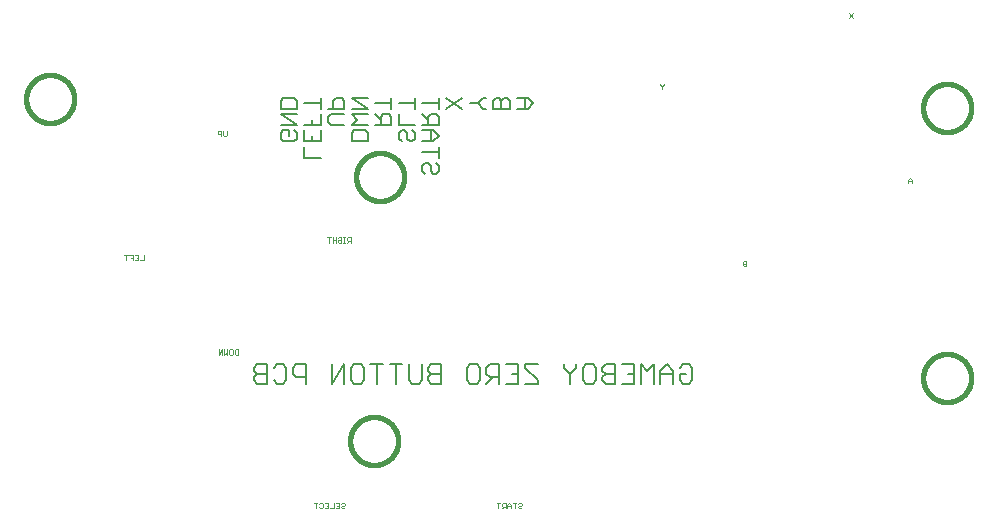
<source format=gbo>
G75*
%MOIN*%
%OFA0B0*%
%FSLAX25Y25*%
%IPPOS*%
%LPD*%
%AMOC8*
5,1,8,0,0,1.08239X$1,22.5*
%
%ADD10C,0.01600*%
%ADD11C,0.00500*%
%ADD12C,0.00600*%
%ADD13C,0.00200*%
D10*
X0114824Y0059942D02*
X0114826Y0060138D01*
X0114834Y0060335D01*
X0114846Y0060531D01*
X0114863Y0060726D01*
X0114884Y0060921D01*
X0114911Y0061116D01*
X0114942Y0061310D01*
X0114978Y0061503D01*
X0115018Y0061695D01*
X0115064Y0061886D01*
X0115114Y0062076D01*
X0115168Y0062264D01*
X0115228Y0062451D01*
X0115292Y0062637D01*
X0115360Y0062821D01*
X0115433Y0063003D01*
X0115510Y0063184D01*
X0115592Y0063362D01*
X0115678Y0063539D01*
X0115769Y0063713D01*
X0115863Y0063885D01*
X0115962Y0064055D01*
X0116065Y0064222D01*
X0116172Y0064387D01*
X0116283Y0064548D01*
X0116398Y0064708D01*
X0116517Y0064864D01*
X0116640Y0065017D01*
X0116766Y0065167D01*
X0116896Y0065314D01*
X0117030Y0065458D01*
X0117167Y0065599D01*
X0117308Y0065736D01*
X0117452Y0065870D01*
X0117599Y0066000D01*
X0117749Y0066126D01*
X0117902Y0066249D01*
X0118058Y0066368D01*
X0118218Y0066483D01*
X0118379Y0066594D01*
X0118544Y0066701D01*
X0118711Y0066804D01*
X0118881Y0066903D01*
X0119053Y0066997D01*
X0119227Y0067088D01*
X0119404Y0067174D01*
X0119582Y0067256D01*
X0119763Y0067333D01*
X0119945Y0067406D01*
X0120129Y0067474D01*
X0120315Y0067538D01*
X0120502Y0067598D01*
X0120690Y0067652D01*
X0120880Y0067702D01*
X0121071Y0067748D01*
X0121263Y0067788D01*
X0121456Y0067824D01*
X0121650Y0067855D01*
X0121845Y0067882D01*
X0122040Y0067903D01*
X0122235Y0067920D01*
X0122431Y0067932D01*
X0122628Y0067940D01*
X0122824Y0067942D01*
X0123020Y0067940D01*
X0123217Y0067932D01*
X0123413Y0067920D01*
X0123608Y0067903D01*
X0123803Y0067882D01*
X0123998Y0067855D01*
X0124192Y0067824D01*
X0124385Y0067788D01*
X0124577Y0067748D01*
X0124768Y0067702D01*
X0124958Y0067652D01*
X0125146Y0067598D01*
X0125333Y0067538D01*
X0125519Y0067474D01*
X0125703Y0067406D01*
X0125885Y0067333D01*
X0126066Y0067256D01*
X0126244Y0067174D01*
X0126421Y0067088D01*
X0126595Y0066997D01*
X0126767Y0066903D01*
X0126937Y0066804D01*
X0127104Y0066701D01*
X0127269Y0066594D01*
X0127430Y0066483D01*
X0127590Y0066368D01*
X0127746Y0066249D01*
X0127899Y0066126D01*
X0128049Y0066000D01*
X0128196Y0065870D01*
X0128340Y0065736D01*
X0128481Y0065599D01*
X0128618Y0065458D01*
X0128752Y0065314D01*
X0128882Y0065167D01*
X0129008Y0065017D01*
X0129131Y0064864D01*
X0129250Y0064708D01*
X0129365Y0064548D01*
X0129476Y0064387D01*
X0129583Y0064222D01*
X0129686Y0064055D01*
X0129785Y0063885D01*
X0129879Y0063713D01*
X0129970Y0063539D01*
X0130056Y0063362D01*
X0130138Y0063184D01*
X0130215Y0063003D01*
X0130288Y0062821D01*
X0130356Y0062637D01*
X0130420Y0062451D01*
X0130480Y0062264D01*
X0130534Y0062076D01*
X0130584Y0061886D01*
X0130630Y0061695D01*
X0130670Y0061503D01*
X0130706Y0061310D01*
X0130737Y0061116D01*
X0130764Y0060921D01*
X0130785Y0060726D01*
X0130802Y0060531D01*
X0130814Y0060335D01*
X0130822Y0060138D01*
X0130824Y0059942D01*
X0130822Y0059746D01*
X0130814Y0059549D01*
X0130802Y0059353D01*
X0130785Y0059158D01*
X0130764Y0058963D01*
X0130737Y0058768D01*
X0130706Y0058574D01*
X0130670Y0058381D01*
X0130630Y0058189D01*
X0130584Y0057998D01*
X0130534Y0057808D01*
X0130480Y0057620D01*
X0130420Y0057433D01*
X0130356Y0057247D01*
X0130288Y0057063D01*
X0130215Y0056881D01*
X0130138Y0056700D01*
X0130056Y0056522D01*
X0129970Y0056345D01*
X0129879Y0056171D01*
X0129785Y0055999D01*
X0129686Y0055829D01*
X0129583Y0055662D01*
X0129476Y0055497D01*
X0129365Y0055336D01*
X0129250Y0055176D01*
X0129131Y0055020D01*
X0129008Y0054867D01*
X0128882Y0054717D01*
X0128752Y0054570D01*
X0128618Y0054426D01*
X0128481Y0054285D01*
X0128340Y0054148D01*
X0128196Y0054014D01*
X0128049Y0053884D01*
X0127899Y0053758D01*
X0127746Y0053635D01*
X0127590Y0053516D01*
X0127430Y0053401D01*
X0127269Y0053290D01*
X0127104Y0053183D01*
X0126937Y0053080D01*
X0126767Y0052981D01*
X0126595Y0052887D01*
X0126421Y0052796D01*
X0126244Y0052710D01*
X0126066Y0052628D01*
X0125885Y0052551D01*
X0125703Y0052478D01*
X0125519Y0052410D01*
X0125333Y0052346D01*
X0125146Y0052286D01*
X0124958Y0052232D01*
X0124768Y0052182D01*
X0124577Y0052136D01*
X0124385Y0052096D01*
X0124192Y0052060D01*
X0123998Y0052029D01*
X0123803Y0052002D01*
X0123608Y0051981D01*
X0123413Y0051964D01*
X0123217Y0051952D01*
X0123020Y0051944D01*
X0122824Y0051942D01*
X0122628Y0051944D01*
X0122431Y0051952D01*
X0122235Y0051964D01*
X0122040Y0051981D01*
X0121845Y0052002D01*
X0121650Y0052029D01*
X0121456Y0052060D01*
X0121263Y0052096D01*
X0121071Y0052136D01*
X0120880Y0052182D01*
X0120690Y0052232D01*
X0120502Y0052286D01*
X0120315Y0052346D01*
X0120129Y0052410D01*
X0119945Y0052478D01*
X0119763Y0052551D01*
X0119582Y0052628D01*
X0119404Y0052710D01*
X0119227Y0052796D01*
X0119053Y0052887D01*
X0118881Y0052981D01*
X0118711Y0053080D01*
X0118544Y0053183D01*
X0118379Y0053290D01*
X0118218Y0053401D01*
X0118058Y0053516D01*
X0117902Y0053635D01*
X0117749Y0053758D01*
X0117599Y0053884D01*
X0117452Y0054014D01*
X0117308Y0054148D01*
X0117167Y0054285D01*
X0117030Y0054426D01*
X0116896Y0054570D01*
X0116766Y0054717D01*
X0116640Y0054867D01*
X0116517Y0055020D01*
X0116398Y0055176D01*
X0116283Y0055336D01*
X0116172Y0055497D01*
X0116065Y0055662D01*
X0115962Y0055829D01*
X0115863Y0055999D01*
X0115769Y0056171D01*
X0115678Y0056345D01*
X0115592Y0056522D01*
X0115510Y0056700D01*
X0115433Y0056881D01*
X0115360Y0057063D01*
X0115292Y0057247D01*
X0115228Y0057433D01*
X0115168Y0057620D01*
X0115114Y0057808D01*
X0115064Y0057998D01*
X0115018Y0058189D01*
X0114978Y0058381D01*
X0114942Y0058574D01*
X0114911Y0058768D01*
X0114884Y0058963D01*
X0114863Y0059158D01*
X0114846Y0059353D01*
X0114834Y0059549D01*
X0114826Y0059746D01*
X0114824Y0059942D01*
X0116824Y0147942D02*
X0116826Y0148138D01*
X0116834Y0148335D01*
X0116846Y0148531D01*
X0116863Y0148726D01*
X0116884Y0148921D01*
X0116911Y0149116D01*
X0116942Y0149310D01*
X0116978Y0149503D01*
X0117018Y0149695D01*
X0117064Y0149886D01*
X0117114Y0150076D01*
X0117168Y0150264D01*
X0117228Y0150451D01*
X0117292Y0150637D01*
X0117360Y0150821D01*
X0117433Y0151003D01*
X0117510Y0151184D01*
X0117592Y0151362D01*
X0117678Y0151539D01*
X0117769Y0151713D01*
X0117863Y0151885D01*
X0117962Y0152055D01*
X0118065Y0152222D01*
X0118172Y0152387D01*
X0118283Y0152548D01*
X0118398Y0152708D01*
X0118517Y0152864D01*
X0118640Y0153017D01*
X0118766Y0153167D01*
X0118896Y0153314D01*
X0119030Y0153458D01*
X0119167Y0153599D01*
X0119308Y0153736D01*
X0119452Y0153870D01*
X0119599Y0154000D01*
X0119749Y0154126D01*
X0119902Y0154249D01*
X0120058Y0154368D01*
X0120218Y0154483D01*
X0120379Y0154594D01*
X0120544Y0154701D01*
X0120711Y0154804D01*
X0120881Y0154903D01*
X0121053Y0154997D01*
X0121227Y0155088D01*
X0121404Y0155174D01*
X0121582Y0155256D01*
X0121763Y0155333D01*
X0121945Y0155406D01*
X0122129Y0155474D01*
X0122315Y0155538D01*
X0122502Y0155598D01*
X0122690Y0155652D01*
X0122880Y0155702D01*
X0123071Y0155748D01*
X0123263Y0155788D01*
X0123456Y0155824D01*
X0123650Y0155855D01*
X0123845Y0155882D01*
X0124040Y0155903D01*
X0124235Y0155920D01*
X0124431Y0155932D01*
X0124628Y0155940D01*
X0124824Y0155942D01*
X0125020Y0155940D01*
X0125217Y0155932D01*
X0125413Y0155920D01*
X0125608Y0155903D01*
X0125803Y0155882D01*
X0125998Y0155855D01*
X0126192Y0155824D01*
X0126385Y0155788D01*
X0126577Y0155748D01*
X0126768Y0155702D01*
X0126958Y0155652D01*
X0127146Y0155598D01*
X0127333Y0155538D01*
X0127519Y0155474D01*
X0127703Y0155406D01*
X0127885Y0155333D01*
X0128066Y0155256D01*
X0128244Y0155174D01*
X0128421Y0155088D01*
X0128595Y0154997D01*
X0128767Y0154903D01*
X0128937Y0154804D01*
X0129104Y0154701D01*
X0129269Y0154594D01*
X0129430Y0154483D01*
X0129590Y0154368D01*
X0129746Y0154249D01*
X0129899Y0154126D01*
X0130049Y0154000D01*
X0130196Y0153870D01*
X0130340Y0153736D01*
X0130481Y0153599D01*
X0130618Y0153458D01*
X0130752Y0153314D01*
X0130882Y0153167D01*
X0131008Y0153017D01*
X0131131Y0152864D01*
X0131250Y0152708D01*
X0131365Y0152548D01*
X0131476Y0152387D01*
X0131583Y0152222D01*
X0131686Y0152055D01*
X0131785Y0151885D01*
X0131879Y0151713D01*
X0131970Y0151539D01*
X0132056Y0151362D01*
X0132138Y0151184D01*
X0132215Y0151003D01*
X0132288Y0150821D01*
X0132356Y0150637D01*
X0132420Y0150451D01*
X0132480Y0150264D01*
X0132534Y0150076D01*
X0132584Y0149886D01*
X0132630Y0149695D01*
X0132670Y0149503D01*
X0132706Y0149310D01*
X0132737Y0149116D01*
X0132764Y0148921D01*
X0132785Y0148726D01*
X0132802Y0148531D01*
X0132814Y0148335D01*
X0132822Y0148138D01*
X0132824Y0147942D01*
X0132822Y0147746D01*
X0132814Y0147549D01*
X0132802Y0147353D01*
X0132785Y0147158D01*
X0132764Y0146963D01*
X0132737Y0146768D01*
X0132706Y0146574D01*
X0132670Y0146381D01*
X0132630Y0146189D01*
X0132584Y0145998D01*
X0132534Y0145808D01*
X0132480Y0145620D01*
X0132420Y0145433D01*
X0132356Y0145247D01*
X0132288Y0145063D01*
X0132215Y0144881D01*
X0132138Y0144700D01*
X0132056Y0144522D01*
X0131970Y0144345D01*
X0131879Y0144171D01*
X0131785Y0143999D01*
X0131686Y0143829D01*
X0131583Y0143662D01*
X0131476Y0143497D01*
X0131365Y0143336D01*
X0131250Y0143176D01*
X0131131Y0143020D01*
X0131008Y0142867D01*
X0130882Y0142717D01*
X0130752Y0142570D01*
X0130618Y0142426D01*
X0130481Y0142285D01*
X0130340Y0142148D01*
X0130196Y0142014D01*
X0130049Y0141884D01*
X0129899Y0141758D01*
X0129746Y0141635D01*
X0129590Y0141516D01*
X0129430Y0141401D01*
X0129269Y0141290D01*
X0129104Y0141183D01*
X0128937Y0141080D01*
X0128767Y0140981D01*
X0128595Y0140887D01*
X0128421Y0140796D01*
X0128244Y0140710D01*
X0128066Y0140628D01*
X0127885Y0140551D01*
X0127703Y0140478D01*
X0127519Y0140410D01*
X0127333Y0140346D01*
X0127146Y0140286D01*
X0126958Y0140232D01*
X0126768Y0140182D01*
X0126577Y0140136D01*
X0126385Y0140096D01*
X0126192Y0140060D01*
X0125998Y0140029D01*
X0125803Y0140002D01*
X0125608Y0139981D01*
X0125413Y0139964D01*
X0125217Y0139952D01*
X0125020Y0139944D01*
X0124824Y0139942D01*
X0124628Y0139944D01*
X0124431Y0139952D01*
X0124235Y0139964D01*
X0124040Y0139981D01*
X0123845Y0140002D01*
X0123650Y0140029D01*
X0123456Y0140060D01*
X0123263Y0140096D01*
X0123071Y0140136D01*
X0122880Y0140182D01*
X0122690Y0140232D01*
X0122502Y0140286D01*
X0122315Y0140346D01*
X0122129Y0140410D01*
X0121945Y0140478D01*
X0121763Y0140551D01*
X0121582Y0140628D01*
X0121404Y0140710D01*
X0121227Y0140796D01*
X0121053Y0140887D01*
X0120881Y0140981D01*
X0120711Y0141080D01*
X0120544Y0141183D01*
X0120379Y0141290D01*
X0120218Y0141401D01*
X0120058Y0141516D01*
X0119902Y0141635D01*
X0119749Y0141758D01*
X0119599Y0141884D01*
X0119452Y0142014D01*
X0119308Y0142148D01*
X0119167Y0142285D01*
X0119030Y0142426D01*
X0118896Y0142570D01*
X0118766Y0142717D01*
X0118640Y0142867D01*
X0118517Y0143020D01*
X0118398Y0143176D01*
X0118283Y0143336D01*
X0118172Y0143497D01*
X0118065Y0143662D01*
X0117962Y0143829D01*
X0117863Y0143999D01*
X0117769Y0144171D01*
X0117678Y0144345D01*
X0117592Y0144522D01*
X0117510Y0144700D01*
X0117433Y0144881D01*
X0117360Y0145063D01*
X0117292Y0145247D01*
X0117228Y0145433D01*
X0117168Y0145620D01*
X0117114Y0145808D01*
X0117064Y0145998D01*
X0117018Y0146189D01*
X0116978Y0146381D01*
X0116942Y0146574D01*
X0116911Y0146768D01*
X0116884Y0146963D01*
X0116863Y0147158D01*
X0116846Y0147353D01*
X0116834Y0147549D01*
X0116826Y0147746D01*
X0116824Y0147942D01*
X0006824Y0173942D02*
X0006826Y0174138D01*
X0006834Y0174335D01*
X0006846Y0174531D01*
X0006863Y0174726D01*
X0006884Y0174921D01*
X0006911Y0175116D01*
X0006942Y0175310D01*
X0006978Y0175503D01*
X0007018Y0175695D01*
X0007064Y0175886D01*
X0007114Y0176076D01*
X0007168Y0176264D01*
X0007228Y0176451D01*
X0007292Y0176637D01*
X0007360Y0176821D01*
X0007433Y0177003D01*
X0007510Y0177184D01*
X0007592Y0177362D01*
X0007678Y0177539D01*
X0007769Y0177713D01*
X0007863Y0177885D01*
X0007962Y0178055D01*
X0008065Y0178222D01*
X0008172Y0178387D01*
X0008283Y0178548D01*
X0008398Y0178708D01*
X0008517Y0178864D01*
X0008640Y0179017D01*
X0008766Y0179167D01*
X0008896Y0179314D01*
X0009030Y0179458D01*
X0009167Y0179599D01*
X0009308Y0179736D01*
X0009452Y0179870D01*
X0009599Y0180000D01*
X0009749Y0180126D01*
X0009902Y0180249D01*
X0010058Y0180368D01*
X0010218Y0180483D01*
X0010379Y0180594D01*
X0010544Y0180701D01*
X0010711Y0180804D01*
X0010881Y0180903D01*
X0011053Y0180997D01*
X0011227Y0181088D01*
X0011404Y0181174D01*
X0011582Y0181256D01*
X0011763Y0181333D01*
X0011945Y0181406D01*
X0012129Y0181474D01*
X0012315Y0181538D01*
X0012502Y0181598D01*
X0012690Y0181652D01*
X0012880Y0181702D01*
X0013071Y0181748D01*
X0013263Y0181788D01*
X0013456Y0181824D01*
X0013650Y0181855D01*
X0013845Y0181882D01*
X0014040Y0181903D01*
X0014235Y0181920D01*
X0014431Y0181932D01*
X0014628Y0181940D01*
X0014824Y0181942D01*
X0015020Y0181940D01*
X0015217Y0181932D01*
X0015413Y0181920D01*
X0015608Y0181903D01*
X0015803Y0181882D01*
X0015998Y0181855D01*
X0016192Y0181824D01*
X0016385Y0181788D01*
X0016577Y0181748D01*
X0016768Y0181702D01*
X0016958Y0181652D01*
X0017146Y0181598D01*
X0017333Y0181538D01*
X0017519Y0181474D01*
X0017703Y0181406D01*
X0017885Y0181333D01*
X0018066Y0181256D01*
X0018244Y0181174D01*
X0018421Y0181088D01*
X0018595Y0180997D01*
X0018767Y0180903D01*
X0018937Y0180804D01*
X0019104Y0180701D01*
X0019269Y0180594D01*
X0019430Y0180483D01*
X0019590Y0180368D01*
X0019746Y0180249D01*
X0019899Y0180126D01*
X0020049Y0180000D01*
X0020196Y0179870D01*
X0020340Y0179736D01*
X0020481Y0179599D01*
X0020618Y0179458D01*
X0020752Y0179314D01*
X0020882Y0179167D01*
X0021008Y0179017D01*
X0021131Y0178864D01*
X0021250Y0178708D01*
X0021365Y0178548D01*
X0021476Y0178387D01*
X0021583Y0178222D01*
X0021686Y0178055D01*
X0021785Y0177885D01*
X0021879Y0177713D01*
X0021970Y0177539D01*
X0022056Y0177362D01*
X0022138Y0177184D01*
X0022215Y0177003D01*
X0022288Y0176821D01*
X0022356Y0176637D01*
X0022420Y0176451D01*
X0022480Y0176264D01*
X0022534Y0176076D01*
X0022584Y0175886D01*
X0022630Y0175695D01*
X0022670Y0175503D01*
X0022706Y0175310D01*
X0022737Y0175116D01*
X0022764Y0174921D01*
X0022785Y0174726D01*
X0022802Y0174531D01*
X0022814Y0174335D01*
X0022822Y0174138D01*
X0022824Y0173942D01*
X0022822Y0173746D01*
X0022814Y0173549D01*
X0022802Y0173353D01*
X0022785Y0173158D01*
X0022764Y0172963D01*
X0022737Y0172768D01*
X0022706Y0172574D01*
X0022670Y0172381D01*
X0022630Y0172189D01*
X0022584Y0171998D01*
X0022534Y0171808D01*
X0022480Y0171620D01*
X0022420Y0171433D01*
X0022356Y0171247D01*
X0022288Y0171063D01*
X0022215Y0170881D01*
X0022138Y0170700D01*
X0022056Y0170522D01*
X0021970Y0170345D01*
X0021879Y0170171D01*
X0021785Y0169999D01*
X0021686Y0169829D01*
X0021583Y0169662D01*
X0021476Y0169497D01*
X0021365Y0169336D01*
X0021250Y0169176D01*
X0021131Y0169020D01*
X0021008Y0168867D01*
X0020882Y0168717D01*
X0020752Y0168570D01*
X0020618Y0168426D01*
X0020481Y0168285D01*
X0020340Y0168148D01*
X0020196Y0168014D01*
X0020049Y0167884D01*
X0019899Y0167758D01*
X0019746Y0167635D01*
X0019590Y0167516D01*
X0019430Y0167401D01*
X0019269Y0167290D01*
X0019104Y0167183D01*
X0018937Y0167080D01*
X0018767Y0166981D01*
X0018595Y0166887D01*
X0018421Y0166796D01*
X0018244Y0166710D01*
X0018066Y0166628D01*
X0017885Y0166551D01*
X0017703Y0166478D01*
X0017519Y0166410D01*
X0017333Y0166346D01*
X0017146Y0166286D01*
X0016958Y0166232D01*
X0016768Y0166182D01*
X0016577Y0166136D01*
X0016385Y0166096D01*
X0016192Y0166060D01*
X0015998Y0166029D01*
X0015803Y0166002D01*
X0015608Y0165981D01*
X0015413Y0165964D01*
X0015217Y0165952D01*
X0015020Y0165944D01*
X0014824Y0165942D01*
X0014628Y0165944D01*
X0014431Y0165952D01*
X0014235Y0165964D01*
X0014040Y0165981D01*
X0013845Y0166002D01*
X0013650Y0166029D01*
X0013456Y0166060D01*
X0013263Y0166096D01*
X0013071Y0166136D01*
X0012880Y0166182D01*
X0012690Y0166232D01*
X0012502Y0166286D01*
X0012315Y0166346D01*
X0012129Y0166410D01*
X0011945Y0166478D01*
X0011763Y0166551D01*
X0011582Y0166628D01*
X0011404Y0166710D01*
X0011227Y0166796D01*
X0011053Y0166887D01*
X0010881Y0166981D01*
X0010711Y0167080D01*
X0010544Y0167183D01*
X0010379Y0167290D01*
X0010218Y0167401D01*
X0010058Y0167516D01*
X0009902Y0167635D01*
X0009749Y0167758D01*
X0009599Y0167884D01*
X0009452Y0168014D01*
X0009308Y0168148D01*
X0009167Y0168285D01*
X0009030Y0168426D01*
X0008896Y0168570D01*
X0008766Y0168717D01*
X0008640Y0168867D01*
X0008517Y0169020D01*
X0008398Y0169176D01*
X0008283Y0169336D01*
X0008172Y0169497D01*
X0008065Y0169662D01*
X0007962Y0169829D01*
X0007863Y0169999D01*
X0007769Y0170171D01*
X0007678Y0170345D01*
X0007592Y0170522D01*
X0007510Y0170700D01*
X0007433Y0170881D01*
X0007360Y0171063D01*
X0007292Y0171247D01*
X0007228Y0171433D01*
X0007168Y0171620D01*
X0007114Y0171808D01*
X0007064Y0171998D01*
X0007018Y0172189D01*
X0006978Y0172381D01*
X0006942Y0172574D01*
X0006911Y0172768D01*
X0006884Y0172963D01*
X0006863Y0173158D01*
X0006846Y0173353D01*
X0006834Y0173549D01*
X0006826Y0173746D01*
X0006824Y0173942D01*
X0305824Y0170942D02*
X0305826Y0171138D01*
X0305834Y0171335D01*
X0305846Y0171531D01*
X0305863Y0171726D01*
X0305884Y0171921D01*
X0305911Y0172116D01*
X0305942Y0172310D01*
X0305978Y0172503D01*
X0306018Y0172695D01*
X0306064Y0172886D01*
X0306114Y0173076D01*
X0306168Y0173264D01*
X0306228Y0173451D01*
X0306292Y0173637D01*
X0306360Y0173821D01*
X0306433Y0174003D01*
X0306510Y0174184D01*
X0306592Y0174362D01*
X0306678Y0174539D01*
X0306769Y0174713D01*
X0306863Y0174885D01*
X0306962Y0175055D01*
X0307065Y0175222D01*
X0307172Y0175387D01*
X0307283Y0175548D01*
X0307398Y0175708D01*
X0307517Y0175864D01*
X0307640Y0176017D01*
X0307766Y0176167D01*
X0307896Y0176314D01*
X0308030Y0176458D01*
X0308167Y0176599D01*
X0308308Y0176736D01*
X0308452Y0176870D01*
X0308599Y0177000D01*
X0308749Y0177126D01*
X0308902Y0177249D01*
X0309058Y0177368D01*
X0309218Y0177483D01*
X0309379Y0177594D01*
X0309544Y0177701D01*
X0309711Y0177804D01*
X0309881Y0177903D01*
X0310053Y0177997D01*
X0310227Y0178088D01*
X0310404Y0178174D01*
X0310582Y0178256D01*
X0310763Y0178333D01*
X0310945Y0178406D01*
X0311129Y0178474D01*
X0311315Y0178538D01*
X0311502Y0178598D01*
X0311690Y0178652D01*
X0311880Y0178702D01*
X0312071Y0178748D01*
X0312263Y0178788D01*
X0312456Y0178824D01*
X0312650Y0178855D01*
X0312845Y0178882D01*
X0313040Y0178903D01*
X0313235Y0178920D01*
X0313431Y0178932D01*
X0313628Y0178940D01*
X0313824Y0178942D01*
X0314020Y0178940D01*
X0314217Y0178932D01*
X0314413Y0178920D01*
X0314608Y0178903D01*
X0314803Y0178882D01*
X0314998Y0178855D01*
X0315192Y0178824D01*
X0315385Y0178788D01*
X0315577Y0178748D01*
X0315768Y0178702D01*
X0315958Y0178652D01*
X0316146Y0178598D01*
X0316333Y0178538D01*
X0316519Y0178474D01*
X0316703Y0178406D01*
X0316885Y0178333D01*
X0317066Y0178256D01*
X0317244Y0178174D01*
X0317421Y0178088D01*
X0317595Y0177997D01*
X0317767Y0177903D01*
X0317937Y0177804D01*
X0318104Y0177701D01*
X0318269Y0177594D01*
X0318430Y0177483D01*
X0318590Y0177368D01*
X0318746Y0177249D01*
X0318899Y0177126D01*
X0319049Y0177000D01*
X0319196Y0176870D01*
X0319340Y0176736D01*
X0319481Y0176599D01*
X0319618Y0176458D01*
X0319752Y0176314D01*
X0319882Y0176167D01*
X0320008Y0176017D01*
X0320131Y0175864D01*
X0320250Y0175708D01*
X0320365Y0175548D01*
X0320476Y0175387D01*
X0320583Y0175222D01*
X0320686Y0175055D01*
X0320785Y0174885D01*
X0320879Y0174713D01*
X0320970Y0174539D01*
X0321056Y0174362D01*
X0321138Y0174184D01*
X0321215Y0174003D01*
X0321288Y0173821D01*
X0321356Y0173637D01*
X0321420Y0173451D01*
X0321480Y0173264D01*
X0321534Y0173076D01*
X0321584Y0172886D01*
X0321630Y0172695D01*
X0321670Y0172503D01*
X0321706Y0172310D01*
X0321737Y0172116D01*
X0321764Y0171921D01*
X0321785Y0171726D01*
X0321802Y0171531D01*
X0321814Y0171335D01*
X0321822Y0171138D01*
X0321824Y0170942D01*
X0321822Y0170746D01*
X0321814Y0170549D01*
X0321802Y0170353D01*
X0321785Y0170158D01*
X0321764Y0169963D01*
X0321737Y0169768D01*
X0321706Y0169574D01*
X0321670Y0169381D01*
X0321630Y0169189D01*
X0321584Y0168998D01*
X0321534Y0168808D01*
X0321480Y0168620D01*
X0321420Y0168433D01*
X0321356Y0168247D01*
X0321288Y0168063D01*
X0321215Y0167881D01*
X0321138Y0167700D01*
X0321056Y0167522D01*
X0320970Y0167345D01*
X0320879Y0167171D01*
X0320785Y0166999D01*
X0320686Y0166829D01*
X0320583Y0166662D01*
X0320476Y0166497D01*
X0320365Y0166336D01*
X0320250Y0166176D01*
X0320131Y0166020D01*
X0320008Y0165867D01*
X0319882Y0165717D01*
X0319752Y0165570D01*
X0319618Y0165426D01*
X0319481Y0165285D01*
X0319340Y0165148D01*
X0319196Y0165014D01*
X0319049Y0164884D01*
X0318899Y0164758D01*
X0318746Y0164635D01*
X0318590Y0164516D01*
X0318430Y0164401D01*
X0318269Y0164290D01*
X0318104Y0164183D01*
X0317937Y0164080D01*
X0317767Y0163981D01*
X0317595Y0163887D01*
X0317421Y0163796D01*
X0317244Y0163710D01*
X0317066Y0163628D01*
X0316885Y0163551D01*
X0316703Y0163478D01*
X0316519Y0163410D01*
X0316333Y0163346D01*
X0316146Y0163286D01*
X0315958Y0163232D01*
X0315768Y0163182D01*
X0315577Y0163136D01*
X0315385Y0163096D01*
X0315192Y0163060D01*
X0314998Y0163029D01*
X0314803Y0163002D01*
X0314608Y0162981D01*
X0314413Y0162964D01*
X0314217Y0162952D01*
X0314020Y0162944D01*
X0313824Y0162942D01*
X0313628Y0162944D01*
X0313431Y0162952D01*
X0313235Y0162964D01*
X0313040Y0162981D01*
X0312845Y0163002D01*
X0312650Y0163029D01*
X0312456Y0163060D01*
X0312263Y0163096D01*
X0312071Y0163136D01*
X0311880Y0163182D01*
X0311690Y0163232D01*
X0311502Y0163286D01*
X0311315Y0163346D01*
X0311129Y0163410D01*
X0310945Y0163478D01*
X0310763Y0163551D01*
X0310582Y0163628D01*
X0310404Y0163710D01*
X0310227Y0163796D01*
X0310053Y0163887D01*
X0309881Y0163981D01*
X0309711Y0164080D01*
X0309544Y0164183D01*
X0309379Y0164290D01*
X0309218Y0164401D01*
X0309058Y0164516D01*
X0308902Y0164635D01*
X0308749Y0164758D01*
X0308599Y0164884D01*
X0308452Y0165014D01*
X0308308Y0165148D01*
X0308167Y0165285D01*
X0308030Y0165426D01*
X0307896Y0165570D01*
X0307766Y0165717D01*
X0307640Y0165867D01*
X0307517Y0166020D01*
X0307398Y0166176D01*
X0307283Y0166336D01*
X0307172Y0166497D01*
X0307065Y0166662D01*
X0306962Y0166829D01*
X0306863Y0166999D01*
X0306769Y0167171D01*
X0306678Y0167345D01*
X0306592Y0167522D01*
X0306510Y0167700D01*
X0306433Y0167881D01*
X0306360Y0168063D01*
X0306292Y0168247D01*
X0306228Y0168433D01*
X0306168Y0168620D01*
X0306114Y0168808D01*
X0306064Y0168998D01*
X0306018Y0169189D01*
X0305978Y0169381D01*
X0305942Y0169574D01*
X0305911Y0169768D01*
X0305884Y0169963D01*
X0305863Y0170158D01*
X0305846Y0170353D01*
X0305834Y0170549D01*
X0305826Y0170746D01*
X0305824Y0170942D01*
X0305824Y0080942D02*
X0305826Y0081138D01*
X0305834Y0081335D01*
X0305846Y0081531D01*
X0305863Y0081726D01*
X0305884Y0081921D01*
X0305911Y0082116D01*
X0305942Y0082310D01*
X0305978Y0082503D01*
X0306018Y0082695D01*
X0306064Y0082886D01*
X0306114Y0083076D01*
X0306168Y0083264D01*
X0306228Y0083451D01*
X0306292Y0083637D01*
X0306360Y0083821D01*
X0306433Y0084003D01*
X0306510Y0084184D01*
X0306592Y0084362D01*
X0306678Y0084539D01*
X0306769Y0084713D01*
X0306863Y0084885D01*
X0306962Y0085055D01*
X0307065Y0085222D01*
X0307172Y0085387D01*
X0307283Y0085548D01*
X0307398Y0085708D01*
X0307517Y0085864D01*
X0307640Y0086017D01*
X0307766Y0086167D01*
X0307896Y0086314D01*
X0308030Y0086458D01*
X0308167Y0086599D01*
X0308308Y0086736D01*
X0308452Y0086870D01*
X0308599Y0087000D01*
X0308749Y0087126D01*
X0308902Y0087249D01*
X0309058Y0087368D01*
X0309218Y0087483D01*
X0309379Y0087594D01*
X0309544Y0087701D01*
X0309711Y0087804D01*
X0309881Y0087903D01*
X0310053Y0087997D01*
X0310227Y0088088D01*
X0310404Y0088174D01*
X0310582Y0088256D01*
X0310763Y0088333D01*
X0310945Y0088406D01*
X0311129Y0088474D01*
X0311315Y0088538D01*
X0311502Y0088598D01*
X0311690Y0088652D01*
X0311880Y0088702D01*
X0312071Y0088748D01*
X0312263Y0088788D01*
X0312456Y0088824D01*
X0312650Y0088855D01*
X0312845Y0088882D01*
X0313040Y0088903D01*
X0313235Y0088920D01*
X0313431Y0088932D01*
X0313628Y0088940D01*
X0313824Y0088942D01*
X0314020Y0088940D01*
X0314217Y0088932D01*
X0314413Y0088920D01*
X0314608Y0088903D01*
X0314803Y0088882D01*
X0314998Y0088855D01*
X0315192Y0088824D01*
X0315385Y0088788D01*
X0315577Y0088748D01*
X0315768Y0088702D01*
X0315958Y0088652D01*
X0316146Y0088598D01*
X0316333Y0088538D01*
X0316519Y0088474D01*
X0316703Y0088406D01*
X0316885Y0088333D01*
X0317066Y0088256D01*
X0317244Y0088174D01*
X0317421Y0088088D01*
X0317595Y0087997D01*
X0317767Y0087903D01*
X0317937Y0087804D01*
X0318104Y0087701D01*
X0318269Y0087594D01*
X0318430Y0087483D01*
X0318590Y0087368D01*
X0318746Y0087249D01*
X0318899Y0087126D01*
X0319049Y0087000D01*
X0319196Y0086870D01*
X0319340Y0086736D01*
X0319481Y0086599D01*
X0319618Y0086458D01*
X0319752Y0086314D01*
X0319882Y0086167D01*
X0320008Y0086017D01*
X0320131Y0085864D01*
X0320250Y0085708D01*
X0320365Y0085548D01*
X0320476Y0085387D01*
X0320583Y0085222D01*
X0320686Y0085055D01*
X0320785Y0084885D01*
X0320879Y0084713D01*
X0320970Y0084539D01*
X0321056Y0084362D01*
X0321138Y0084184D01*
X0321215Y0084003D01*
X0321288Y0083821D01*
X0321356Y0083637D01*
X0321420Y0083451D01*
X0321480Y0083264D01*
X0321534Y0083076D01*
X0321584Y0082886D01*
X0321630Y0082695D01*
X0321670Y0082503D01*
X0321706Y0082310D01*
X0321737Y0082116D01*
X0321764Y0081921D01*
X0321785Y0081726D01*
X0321802Y0081531D01*
X0321814Y0081335D01*
X0321822Y0081138D01*
X0321824Y0080942D01*
X0321822Y0080746D01*
X0321814Y0080549D01*
X0321802Y0080353D01*
X0321785Y0080158D01*
X0321764Y0079963D01*
X0321737Y0079768D01*
X0321706Y0079574D01*
X0321670Y0079381D01*
X0321630Y0079189D01*
X0321584Y0078998D01*
X0321534Y0078808D01*
X0321480Y0078620D01*
X0321420Y0078433D01*
X0321356Y0078247D01*
X0321288Y0078063D01*
X0321215Y0077881D01*
X0321138Y0077700D01*
X0321056Y0077522D01*
X0320970Y0077345D01*
X0320879Y0077171D01*
X0320785Y0076999D01*
X0320686Y0076829D01*
X0320583Y0076662D01*
X0320476Y0076497D01*
X0320365Y0076336D01*
X0320250Y0076176D01*
X0320131Y0076020D01*
X0320008Y0075867D01*
X0319882Y0075717D01*
X0319752Y0075570D01*
X0319618Y0075426D01*
X0319481Y0075285D01*
X0319340Y0075148D01*
X0319196Y0075014D01*
X0319049Y0074884D01*
X0318899Y0074758D01*
X0318746Y0074635D01*
X0318590Y0074516D01*
X0318430Y0074401D01*
X0318269Y0074290D01*
X0318104Y0074183D01*
X0317937Y0074080D01*
X0317767Y0073981D01*
X0317595Y0073887D01*
X0317421Y0073796D01*
X0317244Y0073710D01*
X0317066Y0073628D01*
X0316885Y0073551D01*
X0316703Y0073478D01*
X0316519Y0073410D01*
X0316333Y0073346D01*
X0316146Y0073286D01*
X0315958Y0073232D01*
X0315768Y0073182D01*
X0315577Y0073136D01*
X0315385Y0073096D01*
X0315192Y0073060D01*
X0314998Y0073029D01*
X0314803Y0073002D01*
X0314608Y0072981D01*
X0314413Y0072964D01*
X0314217Y0072952D01*
X0314020Y0072944D01*
X0313824Y0072942D01*
X0313628Y0072944D01*
X0313431Y0072952D01*
X0313235Y0072964D01*
X0313040Y0072981D01*
X0312845Y0073002D01*
X0312650Y0073029D01*
X0312456Y0073060D01*
X0312263Y0073096D01*
X0312071Y0073136D01*
X0311880Y0073182D01*
X0311690Y0073232D01*
X0311502Y0073286D01*
X0311315Y0073346D01*
X0311129Y0073410D01*
X0310945Y0073478D01*
X0310763Y0073551D01*
X0310582Y0073628D01*
X0310404Y0073710D01*
X0310227Y0073796D01*
X0310053Y0073887D01*
X0309881Y0073981D01*
X0309711Y0074080D01*
X0309544Y0074183D01*
X0309379Y0074290D01*
X0309218Y0074401D01*
X0309058Y0074516D01*
X0308902Y0074635D01*
X0308749Y0074758D01*
X0308599Y0074884D01*
X0308452Y0075014D01*
X0308308Y0075148D01*
X0308167Y0075285D01*
X0308030Y0075426D01*
X0307896Y0075570D01*
X0307766Y0075717D01*
X0307640Y0075867D01*
X0307517Y0076020D01*
X0307398Y0076176D01*
X0307283Y0076336D01*
X0307172Y0076497D01*
X0307065Y0076662D01*
X0306962Y0076829D01*
X0306863Y0076999D01*
X0306769Y0077171D01*
X0306678Y0077345D01*
X0306592Y0077522D01*
X0306510Y0077700D01*
X0306433Y0077881D01*
X0306360Y0078063D01*
X0306292Y0078247D01*
X0306228Y0078433D01*
X0306168Y0078620D01*
X0306114Y0078808D01*
X0306064Y0078998D01*
X0306018Y0079189D01*
X0305978Y0079381D01*
X0305942Y0079574D01*
X0305911Y0079768D01*
X0305884Y0079963D01*
X0305863Y0080158D01*
X0305846Y0080353D01*
X0305834Y0080549D01*
X0305826Y0080746D01*
X0305824Y0080942D01*
D11*
X0175838Y0172527D02*
X0174035Y0170723D01*
X0170428Y0170723D01*
X0167964Y0170723D02*
X0167964Y0173428D01*
X0167062Y0174330D01*
X0166161Y0174330D01*
X0165259Y0173428D01*
X0165259Y0170723D01*
X0162554Y0170723D02*
X0167964Y0170723D01*
X0165259Y0173428D02*
X0164357Y0174330D01*
X0163456Y0174330D01*
X0162554Y0173428D01*
X0162554Y0170723D01*
X0160090Y0170723D02*
X0159188Y0170723D01*
X0157385Y0172527D01*
X0154680Y0172527D01*
X0157385Y0172527D02*
X0159188Y0174330D01*
X0160090Y0174330D01*
X0152216Y0174330D02*
X0146806Y0170723D01*
X0144342Y0170723D02*
X0144342Y0174330D01*
X0144342Y0172526D02*
X0138932Y0172526D01*
X0136468Y0172527D02*
X0131058Y0172527D01*
X0128594Y0172527D02*
X0123184Y0172527D01*
X0120720Y0174330D02*
X0115310Y0174330D01*
X0120720Y0170723D01*
X0115310Y0170723D01*
X0115310Y0168892D02*
X0120720Y0168892D01*
X0123184Y0168892D02*
X0124987Y0167089D01*
X0124987Y0167990D02*
X0124987Y0165285D01*
X0123184Y0165285D02*
X0128594Y0165285D01*
X0128594Y0167990D01*
X0127692Y0168892D01*
X0125889Y0168892D01*
X0124987Y0167990D01*
X0128594Y0170723D02*
X0128594Y0174330D01*
X0131058Y0168892D02*
X0131058Y0165285D01*
X0136468Y0165285D01*
X0135566Y0163454D02*
X0136468Y0162553D01*
X0136468Y0160749D01*
X0135566Y0159848D01*
X0134665Y0159848D01*
X0133763Y0160749D01*
X0133763Y0162553D01*
X0132861Y0163454D01*
X0131960Y0163454D01*
X0131058Y0162553D01*
X0131058Y0160749D01*
X0131960Y0159848D01*
X0138932Y0159848D02*
X0142539Y0159848D01*
X0144342Y0161651D01*
X0142539Y0163454D01*
X0138932Y0163454D01*
X0138932Y0165285D02*
X0144342Y0165285D01*
X0144342Y0167990D01*
X0143440Y0168892D01*
X0141637Y0168892D01*
X0140735Y0167990D01*
X0140735Y0165285D01*
X0140735Y0167089D02*
X0138932Y0168892D01*
X0136468Y0170723D02*
X0136468Y0174330D01*
X0146806Y0174330D02*
X0152216Y0170723D01*
X0141637Y0163454D02*
X0141637Y0159848D01*
X0144342Y0158017D02*
X0144342Y0154410D01*
X0144342Y0156213D02*
X0138932Y0156213D01*
X0139834Y0152579D02*
X0138932Y0151677D01*
X0138932Y0149874D01*
X0139834Y0148972D01*
X0141637Y0149874D02*
X0141637Y0151677D01*
X0140735Y0152579D01*
X0139834Y0152579D01*
X0141637Y0149874D02*
X0142539Y0148972D01*
X0143440Y0148972D01*
X0144342Y0149874D01*
X0144342Y0151677D01*
X0143440Y0152579D01*
X0120720Y0159848D02*
X0120720Y0162553D01*
X0119818Y0163454D01*
X0116212Y0163454D01*
X0115310Y0162553D01*
X0115310Y0159848D01*
X0120720Y0159848D01*
X0120720Y0165285D02*
X0115310Y0165285D01*
X0117113Y0167089D01*
X0115310Y0168892D01*
X0112846Y0168892D02*
X0108338Y0168892D01*
X0107436Y0167990D01*
X0107436Y0166187D01*
X0108338Y0165285D01*
X0112846Y0165285D01*
X0112846Y0170723D02*
X0107436Y0170723D01*
X0109239Y0170723D02*
X0109239Y0173428D01*
X0110141Y0174330D01*
X0111944Y0174330D01*
X0112846Y0173428D01*
X0112846Y0170723D01*
X0104972Y0170723D02*
X0104972Y0174330D01*
X0104972Y0172526D02*
X0099562Y0172526D01*
X0097098Y0173428D02*
X0097098Y0170723D01*
X0091688Y0170723D01*
X0091688Y0173428D01*
X0092589Y0174330D01*
X0096196Y0174330D01*
X0097098Y0173428D01*
X0097098Y0168892D02*
X0091688Y0168892D01*
X0097098Y0165285D01*
X0091688Y0165285D01*
X0092589Y0163454D02*
X0094393Y0163454D01*
X0094393Y0161651D01*
X0096196Y0159848D02*
X0092589Y0159848D01*
X0091688Y0160749D01*
X0091688Y0162553D01*
X0092589Y0163454D01*
X0096196Y0163454D02*
X0097098Y0162553D01*
X0097098Y0160749D01*
X0096196Y0159848D01*
X0099562Y0159848D02*
X0099562Y0163454D01*
X0099562Y0165285D02*
X0104972Y0165285D01*
X0104972Y0168892D01*
X0102267Y0167089D02*
X0102267Y0165285D01*
X0104972Y0163454D02*
X0104972Y0159848D01*
X0099562Y0159848D01*
X0099562Y0158017D02*
X0099562Y0154410D01*
X0104972Y0154410D01*
X0102267Y0159848D02*
X0102267Y0161651D01*
X0170428Y0174330D02*
X0174035Y0174330D01*
X0175838Y0172527D01*
X0173133Y0174330D02*
X0173133Y0170723D01*
D12*
X0173099Y0085451D02*
X0173099Y0084383D01*
X0177369Y0080113D01*
X0177369Y0079046D01*
X0173099Y0079046D01*
X0170924Y0079046D02*
X0166653Y0079046D01*
X0164478Y0079046D02*
X0164478Y0085451D01*
X0161275Y0085451D01*
X0160208Y0084383D01*
X0160208Y0082248D01*
X0161275Y0081181D01*
X0164478Y0081181D01*
X0162343Y0081181D02*
X0160208Y0079046D01*
X0158033Y0080113D02*
X0156965Y0079046D01*
X0154830Y0079046D01*
X0153762Y0080113D01*
X0153762Y0084383D01*
X0154830Y0085451D01*
X0156965Y0085451D01*
X0158033Y0084383D01*
X0158033Y0080113D01*
X0166653Y0085451D02*
X0170924Y0085451D01*
X0170924Y0079046D01*
X0170924Y0082248D02*
X0168788Y0082248D01*
X0173099Y0085451D02*
X0177369Y0085451D01*
X0185990Y0085451D02*
X0185990Y0084383D01*
X0188125Y0082248D01*
X0188125Y0079046D01*
X0192435Y0080113D02*
X0192435Y0084383D01*
X0193503Y0085451D01*
X0195638Y0085451D01*
X0196706Y0084383D01*
X0196706Y0080113D01*
X0195638Y0079046D01*
X0193503Y0079046D01*
X0192435Y0080113D01*
X0190260Y0084383D02*
X0188125Y0082248D01*
X0190260Y0084383D02*
X0190260Y0085451D01*
X0198881Y0084383D02*
X0198881Y0083316D01*
X0199948Y0082248D01*
X0203151Y0082248D01*
X0203151Y0079046D02*
X0203151Y0085451D01*
X0199948Y0085451D01*
X0198881Y0084383D01*
X0199948Y0082248D02*
X0198881Y0081181D01*
X0198881Y0080113D01*
X0199948Y0079046D01*
X0203151Y0079046D01*
X0205326Y0079046D02*
X0209597Y0079046D01*
X0209597Y0085451D01*
X0205326Y0085451D01*
X0207461Y0082248D02*
X0209597Y0082248D01*
X0211772Y0079046D02*
X0211772Y0085451D01*
X0213907Y0083316D01*
X0216042Y0085451D01*
X0216042Y0079046D01*
X0218217Y0079046D02*
X0218217Y0083316D01*
X0220352Y0085451D01*
X0222488Y0083316D01*
X0222488Y0079046D01*
X0224663Y0080113D02*
X0224663Y0082248D01*
X0226798Y0082248D01*
X0228933Y0080113D02*
X0227866Y0079046D01*
X0225730Y0079046D01*
X0224663Y0080113D01*
X0222488Y0082248D02*
X0218217Y0082248D01*
X0224663Y0084383D02*
X0225730Y0085451D01*
X0227866Y0085451D01*
X0228933Y0084383D01*
X0228933Y0080113D01*
X0145142Y0079046D02*
X0141939Y0079046D01*
X0140871Y0080113D01*
X0140871Y0081181D01*
X0141939Y0082248D01*
X0145142Y0082248D01*
X0145142Y0079046D02*
X0145142Y0085451D01*
X0141939Y0085451D01*
X0140871Y0084383D01*
X0140871Y0083316D01*
X0141939Y0082248D01*
X0138696Y0080113D02*
X0137629Y0079046D01*
X0135493Y0079046D01*
X0134426Y0080113D01*
X0134426Y0085451D01*
X0132251Y0085451D02*
X0127980Y0085451D01*
X0130115Y0085451D02*
X0130115Y0079046D01*
X0123670Y0079046D02*
X0123670Y0085451D01*
X0125805Y0085451D02*
X0121535Y0085451D01*
X0119360Y0084383D02*
X0119360Y0080113D01*
X0118292Y0079046D01*
X0116157Y0079046D01*
X0115089Y0080113D01*
X0115089Y0084383D01*
X0116157Y0085451D01*
X0118292Y0085451D01*
X0119360Y0084383D01*
X0112914Y0085451D02*
X0112914Y0079046D01*
X0108644Y0079046D02*
X0108644Y0085451D01*
X0112914Y0085451D02*
X0108644Y0079046D01*
X0100023Y0079046D02*
X0100023Y0085451D01*
X0096820Y0085451D01*
X0095753Y0084383D01*
X0095753Y0082248D01*
X0096820Y0081181D01*
X0100023Y0081181D01*
X0093578Y0080113D02*
X0092510Y0079046D01*
X0090375Y0079046D01*
X0089307Y0080113D01*
X0087132Y0079046D02*
X0083929Y0079046D01*
X0082862Y0080113D01*
X0082862Y0081181D01*
X0083929Y0082248D01*
X0087132Y0082248D01*
X0089307Y0084383D02*
X0090375Y0085451D01*
X0092510Y0085451D01*
X0093578Y0084383D01*
X0093578Y0080113D01*
X0087132Y0079046D02*
X0087132Y0085451D01*
X0083929Y0085451D01*
X0082862Y0084383D01*
X0082862Y0083316D01*
X0083929Y0082248D01*
X0138696Y0080113D02*
X0138696Y0085451D01*
D13*
X0103339Y0039277D02*
X0103339Y0037507D01*
X0104561Y0037802D02*
X0104856Y0037507D01*
X0105446Y0037507D01*
X0105741Y0037802D01*
X0105741Y0038982D01*
X0105446Y0039277D01*
X0104856Y0039277D01*
X0104561Y0038982D01*
X0103929Y0039277D02*
X0102749Y0039277D01*
X0106374Y0039277D02*
X0107554Y0039277D01*
X0107554Y0037507D01*
X0106374Y0037507D01*
X0106964Y0038392D02*
X0107554Y0038392D01*
X0108186Y0037507D02*
X0109366Y0037507D01*
X0109366Y0039277D01*
X0109999Y0039277D02*
X0111179Y0039277D01*
X0111179Y0037507D01*
X0109999Y0037507D01*
X0110589Y0038392D02*
X0111179Y0038392D01*
X0111811Y0038097D02*
X0111811Y0037802D01*
X0112106Y0037507D01*
X0112696Y0037507D01*
X0112991Y0037802D01*
X0112696Y0038392D02*
X0112106Y0038392D01*
X0111811Y0038097D01*
X0111811Y0038982D02*
X0112106Y0039277D01*
X0112696Y0039277D01*
X0112991Y0038982D01*
X0112991Y0038687D01*
X0112696Y0038392D01*
X0163616Y0039277D02*
X0164796Y0039277D01*
X0164206Y0039277D02*
X0164206Y0037507D01*
X0165429Y0037507D02*
X0166019Y0038097D01*
X0165724Y0038097D02*
X0166609Y0038097D01*
X0166609Y0037507D02*
X0166609Y0039277D01*
X0165724Y0039277D01*
X0165429Y0038982D01*
X0165429Y0038392D01*
X0165724Y0038097D01*
X0167241Y0038392D02*
X0168421Y0038392D01*
X0168421Y0038687D02*
X0167831Y0039277D01*
X0167241Y0038687D01*
X0167241Y0037507D01*
X0168421Y0037507D02*
X0168421Y0038687D01*
X0169054Y0039277D02*
X0170234Y0039277D01*
X0169644Y0039277D02*
X0169644Y0037507D01*
X0170866Y0037802D02*
X0171161Y0037507D01*
X0171751Y0037507D01*
X0172046Y0037802D01*
X0171751Y0038392D02*
X0171161Y0038392D01*
X0170866Y0038097D01*
X0170866Y0037802D01*
X0171751Y0038392D02*
X0172046Y0038687D01*
X0172046Y0038982D01*
X0171751Y0039277D01*
X0171161Y0039277D01*
X0170866Y0038982D01*
X0077558Y0088688D02*
X0076673Y0088688D01*
X0076378Y0088983D01*
X0076378Y0090163D01*
X0076673Y0090458D01*
X0077558Y0090458D01*
X0077558Y0088688D01*
X0075746Y0088983D02*
X0075451Y0088688D01*
X0074861Y0088688D01*
X0074566Y0088983D01*
X0074566Y0090163D01*
X0074861Y0090458D01*
X0075451Y0090458D01*
X0075746Y0090163D01*
X0075746Y0088983D01*
X0073933Y0088688D02*
X0073343Y0089278D01*
X0072753Y0088688D01*
X0072753Y0090458D01*
X0072121Y0090458D02*
X0070941Y0088688D01*
X0070941Y0090458D01*
X0072121Y0090458D02*
X0072121Y0088688D01*
X0073933Y0088688D02*
X0073933Y0090458D01*
X0046062Y0120184D02*
X0044882Y0120184D01*
X0044250Y0120184D02*
X0043070Y0120184D01*
X0042437Y0120184D02*
X0042437Y0121954D01*
X0041257Y0121954D01*
X0040625Y0121954D02*
X0039445Y0121954D01*
X0040035Y0121954D02*
X0040035Y0120184D01*
X0041847Y0121069D02*
X0042437Y0121069D01*
X0043070Y0121954D02*
X0044250Y0121954D01*
X0044250Y0120184D01*
X0044250Y0121069D02*
X0043660Y0121069D01*
X0046062Y0121954D02*
X0046062Y0120184D01*
X0107134Y0127860D02*
X0108314Y0127860D01*
X0107724Y0127860D02*
X0107724Y0126090D01*
X0108946Y0126090D02*
X0108946Y0127860D01*
X0108946Y0126975D02*
X0110126Y0126975D01*
X0110759Y0126975D02*
X0111349Y0126975D01*
X0110759Y0126975D02*
X0110759Y0126385D01*
X0111054Y0126090D01*
X0111644Y0126090D01*
X0111939Y0126385D01*
X0111939Y0127565D01*
X0111644Y0127860D01*
X0111054Y0127860D01*
X0110759Y0127565D01*
X0110126Y0127860D02*
X0110126Y0126090D01*
X0112557Y0126090D02*
X0113147Y0126090D01*
X0112852Y0126090D02*
X0112852Y0127860D01*
X0113147Y0127860D02*
X0112557Y0127860D01*
X0113780Y0127565D02*
X0114075Y0127860D01*
X0114960Y0127860D01*
X0114960Y0126090D01*
X0114960Y0126680D02*
X0114075Y0126680D01*
X0113780Y0126975D01*
X0113780Y0127565D01*
X0114370Y0126680D02*
X0113780Y0126090D01*
X0073621Y0161818D02*
X0073326Y0161523D01*
X0072736Y0161523D01*
X0072441Y0161818D01*
X0072441Y0163293D01*
X0071809Y0163293D02*
X0070924Y0163293D01*
X0070629Y0162998D01*
X0070629Y0162408D01*
X0070924Y0162113D01*
X0071809Y0162113D01*
X0071809Y0161523D02*
X0071809Y0163293D01*
X0073621Y0163293D02*
X0073621Y0161818D01*
X0218111Y0178746D02*
X0218111Y0179041D01*
X0218111Y0178746D02*
X0218701Y0178156D01*
X0218701Y0177271D01*
X0218701Y0178156D02*
X0219291Y0178746D01*
X0219291Y0179041D01*
X0281103Y0200893D02*
X0282283Y0202663D01*
X0281103Y0202663D02*
X0282283Y0200893D01*
X0301378Y0147545D02*
X0300788Y0146955D01*
X0300788Y0145775D01*
X0300788Y0146660D02*
X0301968Y0146660D01*
X0301968Y0146955D02*
X0301378Y0147545D01*
X0301968Y0146955D02*
X0301968Y0145775D01*
X0246850Y0119986D02*
X0246850Y0118216D01*
X0245965Y0118216D01*
X0245670Y0118511D01*
X0245670Y0118806D01*
X0245965Y0119101D01*
X0246850Y0119101D01*
X0246850Y0119986D02*
X0245965Y0119986D01*
X0245670Y0119691D01*
X0245670Y0119396D01*
X0245965Y0119101D01*
M02*

</source>
